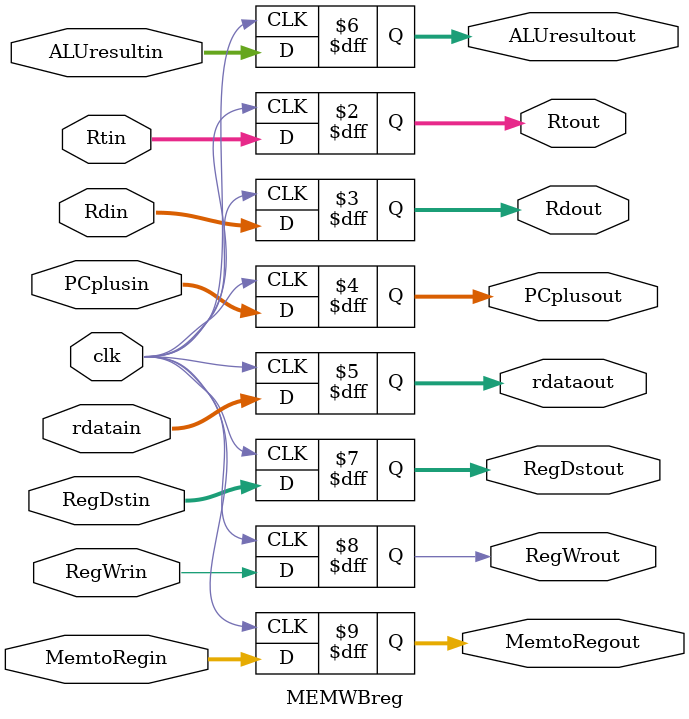
<source format=v>
`timescale 1ns/1ps

module MEMWBreg(clk,Rtin,Rdin,PCplusin,rdatain,ALUresultin,RegDstin,RegWrin,MemtoRegin,
Rtout,Rdout,PCplusout,rdataout,ALUresultout,RegDstout,RegWrout,MemtoRegout);

input clk;
input [4:0] Rtin;
input [4:0] Rdin;
input [31:0] PCplusin;
input [31:0] rdatain;
input [31:0] ALUresultin;
input [1:0] RegDstin;
input RegWrin;
input [1:0] MemtoRegin;
output [4:0] Rtout;
reg [4:0] Rtout;
output [4:0] Rdout;
reg [4:0] Rdout;
output [31:0] PCplusout;
reg [31:0] PCplusout;
output [31:0] rdataout;
reg [31:0] rdataout;
output [31:0] ALUresultout;
reg [31:0] ALUresultout;
output [1:0] RegDstout;
reg [1:0] RegDstout;
output RegWrout;
reg RegWrout;
output [1:0] MemtoRegout;
reg [1:0] MemtoRegout;

always @(posedge clk)
begin
  Rtout <= Rtin;
  Rdout <= Rdin;
  PCplusout <= PCplusin;
  rdataout <= rdatain;
  ALUresultout <= ALUresultin;
  RegDstout <= RegDstin;
  RegWrout <= RegWrin;
  MemtoRegout <= MemtoRegin;
end

endmodule

</source>
